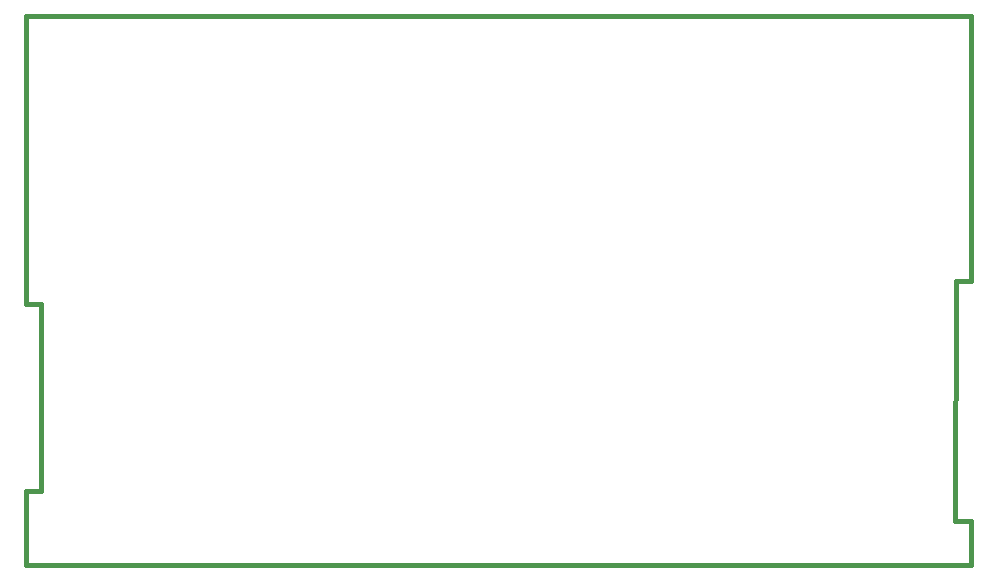
<source format=gm1>
G04 #@! TF.GenerationSoftware,KiCad,Pcbnew,(5.1.10)-1*
G04 #@! TF.CreationDate,2021-09-28T15:37:17-04:00*
G04 #@! TF.ProjectId,SSB6,53534236-2e6b-4696-9361-645f70636258,1*
G04 #@! TF.SameCoordinates,PX8c7ecc0PY46649b0*
G04 #@! TF.FileFunction,Profile,NP*
%FSLAX46Y46*%
G04 Gerber Fmt 4.6, Leading zero omitted, Abs format (unit mm)*
G04 Created by KiCad (PCBNEW (5.1.10)-1) date 2021-09-28 15:37:17*
%MOMM*%
%LPD*%
G01*
G04 APERTURE LIST*
G04 #@! TA.AperFunction,Profile*
%ADD10C,0.381000*%
G04 #@! TD*
G04 APERTURE END LIST*
D10*
X-34879600Y5194600D02*
X-34879600Y27699000D01*
X-34905000Y-15074600D02*
X-34915000Y-18801000D01*
X-36225800Y-15074600D02*
X-34905000Y-15074600D01*
X-36200400Y5194600D02*
X-36225800Y-15074600D01*
X-34879600Y5194600D02*
X-36200400Y5194600D01*
X-114915000Y-12560000D02*
X-114915000Y-18783000D01*
X-114915000Y3315000D02*
X-114915000Y27699000D01*
X-113645000Y3315000D02*
X-114915000Y3315000D01*
X-113645000Y-12560000D02*
X-113645000Y3315000D01*
X-114915000Y-12560000D02*
X-113645000Y-12560000D01*
X-34915000Y-18801000D02*
X-114915000Y-18783000D01*
X-114915000Y27699000D02*
X-34879600Y27699000D01*
M02*

</source>
